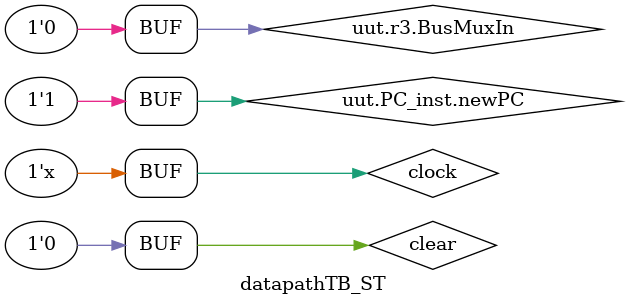
<source format=v>

`timescale 1ns/1ps

module datapathTB_ST;

    //control signals
    reg clock;
    reg clear;
    reg PCout, Zhighout, Zlowout, MDRout; 
    reg MARin, PCin, MDRin, IRin, Yin, Zin;
    reg IncPC, Read, Write;
    reg Gra, Grb, Grc, BAout;
    reg [4:0] opcode;
    reg HIin, LOin, ZHighIn, ZLowIn;
    reg [8:0] Address;    
    reg [31:0] Mdatain;     
	reg Rout, Rin;
	reg Cout, HIout, LOout, Yout, InPortout;
	reg CONin;
	reg [31:0] external_input;
	reg OutPortin;

    //outputs from the DataPath (wires)
    wire R0out, R1out, R2out, R3out, R4out, R5out, R6out, R7out;
    wire R8out, R9out, R10out, R11out, R12out, R13out, R14out, R15out;
	wire CON_out;
	wire [31:0] external_output;
	 
	parameter Default = 4'b0000, T0 = 4'b0111, T1 = 4'b1000, T2 = 4'b1001, T3 = 4'b1010, T4 = 4'b1011, T5 = 4'b1100, T6 = 4'b1101, T7 = 4'b1110;
    
	reg [3:0] Present_state = Default;
	 

    //instantiating the DataPath
    DataPath uut (
        .clock(clock),
        .clear(clear),
        .PCout(PCout), 
        .Zhighout(Zhighout), 
        .Zlowout(Zlowout), 
        .MDRout(MDRout),
        .MARin(MARin), 
        .Rin(Rin),
        .PCin(PCin), 
        .MDRin(MDRin), 
        .IRin(IRin), 
        .Yin(Yin),
        .IncPC(IncPC), 
        .Read(Read), 
        .Write(Write),
        .Gra(Gra), 
        .Grb(Grb), 
        .Grc(Grc),
        .opcode(opcode),
        .HIin(HIin), 
        .LOin(LOin), 
        .ZHighIn(ZHighIn), 
        .ZLowIn(ZLowIn), 
        .Address(Address),
        .Mdatain(Mdatain),
        .BAout(BAout),
        .R0out(R0out), 
        .R1out(R1out), 
        .R2out(R2out), 
        .R3out(R3out),
        .R4out(R4out), 
        .R5out(R5out), 
        .R6out(R6out), 
        .R7out(R7out),
        .R8out(R8out), 
        .R9out(R9out), 
        .R10out(R10out), 
        .R11out(R11out),
        .R12out(R12out), 
        .R13out(R13out), 
        .R14out(R14out), 
        .R15out(R15out),
        .HIout(HIout), 
        .LOout(LOout),
        .Yout(Yout), 
        .InPortout(InPortout), 
        .Cout(Cout),   
        .Rout(Rout),   
		.CONin(CONin),
	    .InPortData(external_input),  
		.OutPortData(external_output),
        .OutPortin(OutPortin)   
    );

    
   initial begin
      clock = 0;
		clear = 0;
		//Case 1
	   //uut.PC_inst.newPC = 32'h04;
		
		//Case 2
		uut.r3.BusMuxIn = 32'hB6;
		uut.PC_inst.newPC = 32'h05;
   end
	 
	always 
		#10  clock <= ~clock;
		
	always @(posedge clock) begin
    case (Present_state)
        Default: Present_state <= T0;
        T0 : Present_state <= T1;
        T1 : Present_state <= T2;
        T2 : Present_state <= T3;
        T3 : Present_state <= T4;
        T4 : Present_state <= T5;
        T5 : Present_state <= T6;
        T6 : Present_state <= T7;
        T7 : Present_state <= Default; 
		endcase
	end 
	
	always @(Present_state) begin
			case (Present_state)
				Default: begin
                PCout <= 0;         Zhighout <= 0;      Zlowout <= 0;      MDRout <= 0;
                MARin <= 0;         PCin <= 0;          MDRin <= 0;        IRin <= 0;          Yin <= 0;
                IncPC <= 0;         Read <= 0;          Write <= 0;
                Gra <= 0;           Grb <= 0;           Grc <= 0;          opcode <= 0;
                HIin <= 0;          LOin <= 0;          ZHighIn <= 0;      ZLowIn <= 0; 
                Address <= 9'h0;    Mdatain <= 32'h0;
                Cout <= 0;          CONin <= 0;
            end
				
			T0: begin 
                MARin <= 1;         IncPC <= 1;         PCout <= 1;         ZLowIn <= 1; 
 
            end

			T1: begin 
				MARin <= 0;         IncPC <= 0;         PCout <= 0;         ZLowIn <= 0;  
				Zlowout <= 1;       PCin <= 1;          Read <= 1;          MDRin <= 1;
            end

			T2: begin 
				Zlowout <= 0;       PCin <= 0;          Read <= 0;          MDRin <= 0;
                MDRout <= 1;        IRin <= 1; 
            end

			T3: begin 
			  	MDRout <= 0;     	IRin <= 0;
                Gra <= 1;           BAout <= 1;      	Yin <= 1;						
            end

			T4: begin 
			    Gra <= 0;           BAout <= 0;       	    Yin <= 0;
                Cout <= 1;          opcode <= 5'b00011;   	ZLowIn <= 1;
            end

			  T5: begin 
			  	Cout <= 0;       	ZLowIn <= 0;
                Zlowout <= 1;       MARin <= 1; 
            end

			  T6: begin
			  	Zlowout <= 0;       MARin <= 0;
				Grb <= 1;          	Rout <= 1;	        Write <= 1; 
            end

			  T7: begin 
				Grb <= 0;           Rout <= 0;	        Write <= 0;
                         	
            end
		endcase
	end

endmodule

</source>
